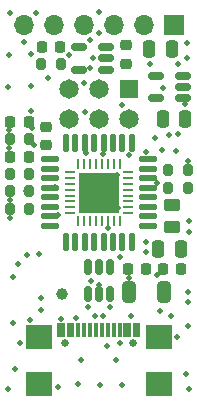
<source format=gbs>
G04 #@! TF.GenerationSoftware,KiCad,Pcbnew,8.0.2*
G04 #@! TF.CreationDate,2024-05-04T17:16:49+02:00*
G04 #@! TF.ProjectId,AVRinator,41565269-6e61-4746-9f72-2e6b69636164,1.0*
G04 #@! TF.SameCoordinates,Original*
G04 #@! TF.FileFunction,Soldermask,Bot*
G04 #@! TF.FilePolarity,Negative*
%FSLAX46Y46*%
G04 Gerber Fmt 4.6, Leading zero omitted, Abs format (unit mm)*
G04 Created by KiCad (PCBNEW 8.0.2) date 2024-05-04 17:16:49*
%MOMM*%
%LPD*%
G01*
G04 APERTURE LIST*
G04 Aperture macros list*
%AMRoundRect*
0 Rectangle with rounded corners*
0 $1 Rounding radius*
0 $2 $3 $4 $5 $6 $7 $8 $9 X,Y pos of 4 corners*
0 Add a 4 corners polygon primitive as box body*
4,1,4,$2,$3,$4,$5,$6,$7,$8,$9,$2,$3,0*
0 Add four circle primitives for the rounded corners*
1,1,$1+$1,$2,$3*
1,1,$1+$1,$4,$5*
1,1,$1+$1,$6,$7*
1,1,$1+$1,$8,$9*
0 Add four rect primitives between the rounded corners*
20,1,$1+$1,$2,$3,$4,$5,0*
20,1,$1+$1,$4,$5,$6,$7,0*
20,1,$1+$1,$6,$7,$8,$9,0*
20,1,$1+$1,$8,$9,$2,$3,0*%
G04 Aperture macros list end*
%ADD10R,1.700000X1.700000*%
%ADD11O,1.700000X1.700000*%
%ADD12R,1.650000X1.650000*%
%ADD13C,1.650000*%
%ADD14RoundRect,0.200000X-0.200000X-0.275000X0.200000X-0.275000X0.200000X0.275000X-0.200000X0.275000X0*%
%ADD15RoundRect,0.250000X-0.250000X-0.475000X0.250000X-0.475000X0.250000X0.475000X-0.250000X0.475000X0*%
%ADD16RoundRect,0.225000X-0.250000X0.225000X-0.250000X-0.225000X0.250000X-0.225000X0.250000X0.225000X0*%
%ADD17RoundRect,0.150000X0.512500X0.150000X-0.512500X0.150000X-0.512500X-0.150000X0.512500X-0.150000X0*%
%ADD18C,1.000000*%
%ADD19RoundRect,0.225000X0.225000X0.250000X-0.225000X0.250000X-0.225000X-0.250000X0.225000X-0.250000X0*%
%ADD20RoundRect,0.250000X-0.325000X-0.650000X0.325000X-0.650000X0.325000X0.650000X-0.325000X0.650000X0*%
%ADD21RoundRect,0.062500X-0.062500X0.375000X-0.062500X-0.375000X0.062500X-0.375000X0.062500X0.375000X0*%
%ADD22RoundRect,0.062500X-0.375000X0.062500X-0.375000X-0.062500X0.375000X-0.062500X0.375000X0.062500X0*%
%ADD23R,3.450000X3.450000*%
%ADD24RoundRect,0.200000X0.200000X0.275000X-0.200000X0.275000X-0.200000X-0.275000X0.200000X-0.275000X0*%
%ADD25RoundRect,0.225000X-0.225000X-0.250000X0.225000X-0.250000X0.225000X0.250000X-0.225000X0.250000X0*%
%ADD26RoundRect,0.250000X0.250000X0.475000X-0.250000X0.475000X-0.250000X-0.475000X0.250000X-0.475000X0*%
%ADD27RoundRect,0.125000X-0.125000X0.625000X-0.125000X-0.625000X0.125000X-0.625000X0.125000X0.625000X0*%
%ADD28RoundRect,0.125000X-0.625000X0.125000X-0.625000X-0.125000X0.625000X-0.125000X0.625000X0.125000X0*%
%ADD29RoundRect,0.150000X0.150000X-0.512500X0.150000X0.512500X-0.150000X0.512500X-0.150000X-0.512500X0*%
%ADD30C,0.650000*%
%ADD31R,0.300000X1.150000*%
%ADD32R,2.180000X2.000000*%
%ADD33RoundRect,0.250000X0.450000X-0.262500X0.450000X0.262500X-0.450000X0.262500X-0.450000X-0.262500X0*%
%ADD34C,0.500000*%
G04 APERTURE END LIST*
D10*
X68554600Y-50774600D03*
D11*
X66014600Y-50774600D03*
X63474600Y-50774600D03*
X60934600Y-50774600D03*
X58394600Y-50774600D03*
X55854600Y-50774600D03*
D12*
X64770000Y-56134000D03*
D13*
X64770000Y-58674000D03*
X62230000Y-56134000D03*
X62230000Y-58674000D03*
X59690000Y-56134000D03*
X59690000Y-58674000D03*
D14*
X68110600Y-64516000D03*
X69760600Y-64516000D03*
D15*
X67630000Y-58699400D03*
X69530000Y-58699400D03*
D16*
X64516000Y-52463400D03*
X64516000Y-54013400D03*
D17*
X62859500Y-52618600D03*
X62859500Y-53568600D03*
X62859500Y-54518600D03*
X60584500Y-54518600D03*
X60584500Y-52618600D03*
D14*
X68110600Y-62992000D03*
X69760600Y-62992000D03*
D18*
X59131200Y-73507600D03*
D19*
X58966400Y-52603400D03*
X57416400Y-52603400D03*
D20*
X64819000Y-73355200D03*
X67769000Y-73355200D03*
D21*
X60480000Y-62484900D03*
X60980000Y-62484900D03*
X61480000Y-62484900D03*
X61980000Y-62484900D03*
X62480000Y-62484900D03*
X62980000Y-62484900D03*
X63480000Y-62484900D03*
X63980000Y-62484900D03*
D22*
X64667500Y-63172400D03*
X64667500Y-63672400D03*
X64667500Y-64172400D03*
X64667500Y-64672400D03*
X64667500Y-65172400D03*
X64667500Y-65672400D03*
X64667500Y-66172400D03*
X64667500Y-66672400D03*
D21*
X63980000Y-67359900D03*
X63480000Y-67359900D03*
X62980000Y-67359900D03*
X62480000Y-67359900D03*
X61980000Y-67359900D03*
X61480000Y-67359900D03*
X60980000Y-67359900D03*
X60480000Y-67359900D03*
D22*
X59792500Y-66672400D03*
X59792500Y-66172400D03*
X59792500Y-65672400D03*
X59792500Y-65172400D03*
X59792500Y-64672400D03*
X59792500Y-64172400D03*
X59792500Y-63672400D03*
X59792500Y-63172400D03*
D23*
X62230000Y-64922400D03*
D24*
X56324000Y-60401200D03*
X54674000Y-60401200D03*
D17*
X69361900Y-55057000D03*
X69361900Y-56007000D03*
X69361900Y-56957000D03*
X67086900Y-56957000D03*
X67086900Y-55057000D03*
D25*
X64655400Y-71424800D03*
X66205400Y-71424800D03*
D26*
X68412400Y-52730400D03*
X66512400Y-52730400D03*
D14*
X54674000Y-66294000D03*
X56324000Y-66294000D03*
D27*
X59430000Y-60747400D03*
X60230000Y-60747400D03*
X61030000Y-60747400D03*
X61830000Y-60747400D03*
X62630000Y-60747400D03*
X63430000Y-60747400D03*
X64230000Y-60747400D03*
X65030000Y-60747400D03*
D28*
X66405000Y-62122400D03*
X66405000Y-62922400D03*
X66405000Y-63722400D03*
X66405000Y-64522400D03*
X66405000Y-65322400D03*
X66405000Y-66122400D03*
X66405000Y-66922400D03*
X66405000Y-67722400D03*
D27*
X65030000Y-69097400D03*
X64230000Y-69097400D03*
X63430000Y-69097400D03*
X62630000Y-69097400D03*
X61830000Y-69097400D03*
X61030000Y-69097400D03*
X60230000Y-69097400D03*
X59430000Y-69097400D03*
D28*
X58055000Y-67722400D03*
X58055000Y-66922400D03*
X58055000Y-66122400D03*
X58055000Y-65322400D03*
X58055000Y-64522400D03*
X58055000Y-63722400D03*
X58055000Y-62922400D03*
X58055000Y-62122400D03*
D29*
X63180000Y-73527500D03*
X62230000Y-73527500D03*
X61280000Y-73527500D03*
X61280000Y-71252500D03*
X62230000Y-71252500D03*
X63180000Y-71252500D03*
D30*
X65120000Y-77661000D03*
X59340000Y-77661000D03*
D31*
X65580000Y-76586000D03*
X64780000Y-76586000D03*
X63480000Y-76586000D03*
X62480000Y-76586000D03*
X61980000Y-76586000D03*
X60980000Y-76586000D03*
X59680000Y-76586000D03*
X58880000Y-76586000D03*
X59180000Y-76586000D03*
X59980000Y-76586000D03*
X60480000Y-76586000D03*
X61480000Y-76586000D03*
X62980000Y-76586000D03*
X63980000Y-76586000D03*
X64480000Y-76586000D03*
X65280000Y-76586000D03*
D32*
X67340000Y-81091000D03*
X67340000Y-77161000D03*
X57120000Y-81091000D03*
X57120000Y-77161000D03*
D15*
X67249000Y-69697600D03*
X69149000Y-69697600D03*
D24*
X59016400Y-54076600D03*
X57366400Y-54076600D03*
D16*
X57734200Y-59346800D03*
X57734200Y-60896800D03*
D24*
X56324000Y-64820800D03*
X54674000Y-64820800D03*
D25*
X54724000Y-61874400D03*
X56274000Y-61874400D03*
X67639600Y-71424800D03*
X69189600Y-71424800D03*
D33*
X68453000Y-67841500D03*
X68453000Y-66016500D03*
D19*
X56274000Y-58928000D03*
X54724000Y-58928000D03*
D24*
X56324000Y-63347600D03*
X54674000Y-63347600D03*
D34*
X59131200Y-73507600D03*
X62219089Y-49646089D03*
X61591590Y-72411990D03*
X68961000Y-54051200D03*
X60871100Y-63919100D03*
X64947800Y-75361800D03*
X54533800Y-55956200D03*
X61493400Y-52044600D03*
X66217800Y-69951600D03*
X63677800Y-79121000D03*
X63830200Y-66268600D03*
X56464200Y-55930800D03*
X57912000Y-55245000D03*
X54940200Y-72034400D03*
X67005200Y-60325000D03*
X54686200Y-49758600D03*
X69824600Y-68249800D03*
X64008000Y-70383400D03*
X63779400Y-63423800D03*
X67640200Y-56057800D03*
X54674000Y-65557400D03*
X68148200Y-60071000D03*
X55905400Y-52171600D03*
X69773800Y-73355200D03*
X57327800Y-73837800D03*
X60934600Y-55626000D03*
X60452000Y-81153000D03*
X69773800Y-74168000D03*
X56515000Y-53162200D03*
X54965600Y-75996800D03*
X59740800Y-53289200D03*
X54660800Y-59664600D03*
X69824600Y-67335400D03*
X61087000Y-58140600D03*
X64185800Y-81178400D03*
X69697600Y-53492400D03*
X67411600Y-74980800D03*
X62331600Y-81178400D03*
X54610000Y-53238400D03*
X61696600Y-53568600D03*
X69875400Y-81584800D03*
X54635400Y-61112400D03*
X57353200Y-74879200D03*
X68757800Y-61366400D03*
X56108600Y-70180200D03*
X62230000Y-72720200D03*
X68326000Y-75387200D03*
X69672200Y-52222400D03*
X67589400Y-61315600D03*
X56413400Y-75692000D03*
X54508400Y-81559400D03*
X69773800Y-76200000D03*
X64160400Y-57531000D03*
X62941200Y-77876400D03*
X54686200Y-67056000D03*
X60731400Y-79121000D03*
X66573400Y-54025800D03*
X56896000Y-49682400D03*
X59029600Y-75641200D03*
X66217800Y-69088000D03*
X64795400Y-72186800D03*
X55422800Y-70967600D03*
X56460793Y-58014167D03*
X67157600Y-71907400D03*
X69760600Y-62280800D03*
X68970600Y-59947762D03*
X56565800Y-59486800D03*
X56718200Y-60883800D03*
X58775600Y-81407000D03*
X55143400Y-79832200D03*
X69570600Y-80264000D03*
X68884800Y-77114400D03*
X61150400Y-61531600D03*
X61290200Y-74620200D03*
X62589244Y-75387200D03*
X61872211Y-75389389D03*
X63169800Y-74625200D03*
X55575200Y-77647800D03*
X60230000Y-60747400D03*
X64058800Y-77622400D03*
X60325000Y-75565000D03*
X62230000Y-51435000D03*
X69545200Y-57454800D03*
X58521600Y-64414400D03*
X57150000Y-70129400D03*
X56083200Y-64820800D03*
X61493400Y-54406800D03*
X61830000Y-60747400D03*
X58782000Y-66833800D03*
X62560200Y-61671200D03*
X63430000Y-60747400D03*
X64230000Y-60747400D03*
X64820800Y-61747400D03*
X66192400Y-61518800D03*
X67183000Y-64135000D03*
X64230000Y-69097400D03*
X62992000Y-67945000D03*
X62630000Y-69097400D03*
M02*

</source>
